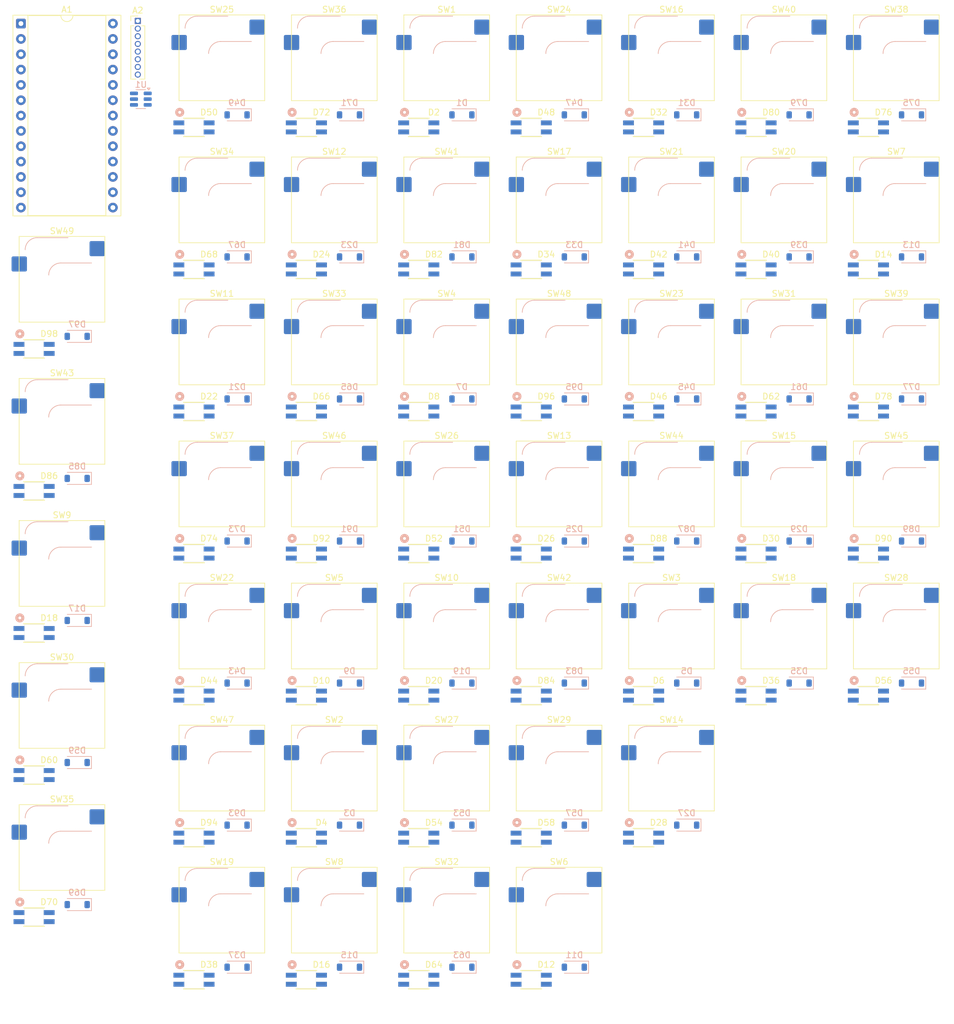
<source format=kicad_pcb>
(kicad_pcb (version 20241229) (generator "pcbnew") (generator_version "9.0")
  (layers (0 "F.Cu" signal) (2 "B.Cu" signal) (13 "F.Paste" user) (15 "B.Paste" user) (5 "F.SilkS" user "F.Silkscreen") (7 "B.SilkS" user "B.Silkscreen") (1 "F.Mask" user) (3 "B.Mask" user) (25 "Edge.Cuts" user))
  (net 0 "")
  (net 2 "/COL4")
  (net 5 "/ROW4")
  (net 6 "/PS2_DATA")
  (net 7 "GND")
  (net 8 "/COL6")
  (net 9 "/COL5")
  (net 10 "/COL2")
  (net 11 "/ROW6")
  (net 12 "/ROW5")
  (net 13 "+3V3")
  (net 14 "/COL1")
  (net 15 "/ROW7")
  (net 16 "/ROW1")
  (net 17 "/COL3")
  (net 18 "/ROW2")
  (net 19 "+5V")
  (net 20 "Net-(A1-10)")
  (net 22 "/PS2_CLK")
  (net 23 "/COL7")
  (net 24 "/ROW3")
  (net 29 "Net-(D1-A)")
  (net 30 "/R1C1/DOUT")
  (net 31 "/LED_DATA")
  (net 32 "Net-(D3-A)")
  (net 33 "/R1C7/DOUT")
  (net 34 "/R2C1/DOUT")
  (net 35 "Net-(D5-A)")
  (net 36 "/R2C7/DOUT")
  (net 37 "/R3C1/DOUT")
  (net 38 "Net-(D7-A)")
  (net 39 "/R4C1/DOUT")
  (net 40 "/R3C7/DOUT")
  (net 41 "Net-(D9-A)")
  (net 42 "/R5C1/DOUT")
  (net 43 "/R4C7/DOUT")
  (net 44 "Net-(D11-A)")
  (net 45 "/R6C1/DOUT")
  (net 46 "/R5C7/DOUT")
  (net 47 "Net-(D13-A)")
  (net 48 "/R7C1/DOUT")
  (net 49 "/R6C7/DOUT")
  (net 50 "Net-(D15-A)")
  (net 51 "/R1C2/DOUT")
  (net 52 "Net-(D17-A)")
  (net 53 "/R2C2/DOUT")
  (net 54 "Net-(D19-A)")
  (net 55 "/R3C2/DOUT")
  (net 56 "Net-(D21-A)")
  (net 57 "/R4C2/DOUT")
  (net 58 "Net-(D23-A)")
  (net 59 "/R5C2/DOUT")
  (net 60 "Net-(D25-A)")
  (net 61 "/R6C2/DOUT")
  (net 62 "Net-(D27-A)")
  (net 63 "/R7C2/DOUT")
  (net 64 "Net-(D29-A)")
  (net 65 "/R1C3/DOUT")
  (net 66 "Net-(D31-A)")
  (net 67 "/R2C3/DOUT")
  (net 68 "Net-(D33-A)")
  (net 69 "/R3C3/DOUT")
  (net 70 "Net-(D35-A)")
  (net 71 "/R4C3/DOUT")
  (net 72 "Net-(D37-A)")
  (net 73 "/R5C3/DOUT")
  (net 74 "Net-(D39-A)")
  (net 75 "/R6C3/DOUT")
  (net 76 "Net-(D41-A)")
  (net 77 "/R7C3/DOUT")
  (net 78 "Net-(D43-A)")
  (net 79 "/R1C4/DOUT")
  (net 80 "Net-(D45-A)")
  (net 81 "/R2C4/DOUT")
  (net 82 "Net-(D47-A)")
  (net 83 "/R3C4/DOUT")
  (net 84 "Net-(D49-A)")
  (net 85 "/R4C4/DOUT")
  (net 86 "Net-(D51-A)")
  (net 87 "/R5C4/DOUT")
  (net 88 "Net-(D53-A)")
  (net 89 "/R6C4/DOUT")
  (net 90 "Net-(D55-A)")
  (net 91 "/R7C4/DOUT")
  (net 92 "Net-(D57-A)")
  (net 93 "/R1C5/DOUT")
  (net 94 "Net-(D59-A)")
  (net 95 "/R2C5/DOUT")
  (net 96 "Net-(D61-A)")
  (net 97 "/R3C5/DOUT")
  (net 98 "Net-(D63-A)")
  (net 99 "/R4C5/DOUT")
  (net 100 "Net-(D65-A)")
  (net 101 "/R5C5/DOUT")
  (net 102 "Net-(D67-A)")
  (net 103 "/R6C5/DOUT")
  (net 104 "Net-(D69-A)")
  (net 105 "/R7C5/DOUT")
  (net 106 "Net-(D71-A)")
  (net 107 "/R1C6/DOUT")
  (net 108 "Net-(D73-A)")
  (net 109 "/R2C6/DOUT")
  (net 110 "Net-(D75-A)")
  (net 111 "/R3C6/DOUT")
  (net 112 "Net-(D77-A)")
  (net 113 "/R4C6/DOUT")
  (net 114 "Net-(D79-A)")
  (net 115 "/R5C6/DOUT")
  (net 116 "Net-(D81-A)")
  (net 117 "/R6C6/DOUT")
  (net 118 "Net-(D83-A)")
  (net 119 "/R7C6/DOUT")
  (net 120 "Net-(D85-A)")
  (net 121 "Net-(D87-A)")
  (net 122 "Net-(D89-A)")
  (net 123 "Net-(D91-A)")
  (net 124 "Net-(D93-A)")
  (net 125 "Net-(D95-A)")
  (net 126 "Net-(D97-A)")
  (net 127 "/R7C7/DOUT")
  (footprint "PCM_Switch_Keyboard_Hotswap_Kailh:SW_Hotswap_Kailh_MX_1.00u" (layer "F.Cu") (at 78.179998 167.11)
    (property "Reference" "SW8")
    (property "Value" "SW_SPST")
  )
  (footprint "SW-Adafruit:LED_SK6812MINI-E_REVERSE_MOUNT_3.2x2.8mm_P1.09mm" (layer "F.Cu") (at 148.073798 131.579)
    (property "Reference" "D36")
    (property "Value" "SK6812MINI-E")
    (fp_line (start -1.6002 -1.397) (end -1.6002 1.397) (stroke (width 0.0254)) (layer "Edge.Cuts"))
    (fp_line (start -1.6002 -1.397) (end 1.6002 -1.397) (stroke (width 0.0254)) (layer "Edge.Cuts"))
    (fp_line (start -1.6002 1.397) (end 1.6002 1.397) (stroke (width 0.0254)) (layer "Edge.Cuts"))
    (fp_line (start 1.6002 1.397) (end 1.6002 -1.397) (stroke (width 0.0254)) (layer "Edge.Cuts"))
  )
  (footprint "PCM_Switch_Keyboard_Hotswap_Kailh:SW_Hotswap_Kailh_MX_1.00u" (layer "F.Cu") (at 134.069998 25.93)
    (property "Reference" "SW16")
    (property "Value" "SW_SPST")
  )
  (footprint "PCM_Switch_Keyboard_Hotswap_Kailh:SW_Hotswap_Kailh_MX_1.00u" (layer "F.Cu") (at 33.049998 109.68)
    (property "Reference" "SW9")
    (property "Value" "SW_SPST")
  )
  (footprint "SW-Adafruit:LED_SK6812MINI-E_REVERSE_MOUNT_3.2x2.8mm_P1.09mm" (layer "F.Cu") (at 28.423798 97.679)
    (property "Reference" "D86")
    (property "Value" "SK6812MINI-E")
    (fp_line (start -1.6002 -1.397) (end -1.6002 1.397) (stroke (width 0.0254)) (layer "Edge.Cuts"))
    (fp_line (start -1.6002 -1.397) (end 1.6002 -1.397) (stroke (width 0.0254)) (layer "Edge.Cuts"))
    (fp_line (start -1.6002 1.397) (end 1.6002 1.397) (stroke (width 0.0254)) (layer "Edge.Cuts"))
    (fp_line (start 1.6002 1.397) (end 1.6002 -1.397) (stroke (width 0.0254)) (layer "Edge.Cuts"))
  )
  (footprint "SW-Adafruit:LED_SK6812MINI-E_REVERSE_MOUNT_3.2x2.8mm_P1.09mm" (layer "F.Cu") (at 110.813798 37.459)
    (property "Reference" "D48")
    (property "Value" "SK6812MINI-E")
    (fp_line (start -1.6002 -1.397) (end -1.6002 1.397) (stroke (width 0.0254)) (layer "Edge.Cuts"))
    (fp_line (start -1.6002 -1.397) (end 1.6002 -1.397) (stroke (width 0.0254)) (layer "Edge.Cuts"))
    (fp_line (start -1.6002 1.397) (end 1.6002 1.397) (stroke (width 0.0254)) (layer "Edge.Cuts"))
    (fp_line (start 1.6002 1.397) (end 1.6002 -1.397) (stroke (width 0.0254)) (layer "Edge.Cuts"))
  )
  (footprint "SW-Adafruit:LED_SK6812MINI-E_REVERSE_MOUNT_3.2x2.8mm_P1.09mm" (layer "F.Cu") (at 92.183798 108.049)
    (property "Reference" "D52")
    (property "Value" "SK6812MINI-E")
    (fp_line (start -1.6002 -1.397) (end -1.6002 1.397) (stroke (width 0.0254)) (layer "Edge.Cuts"))
    (fp_line (start -1.6002 -1.397) (end 1.6002 -1.397) (stroke (width 0.0254)) (layer "Edge.Cuts"))
    (fp_line (start -1.6002 1.397) (end 1.6002 1.397) (stroke (width 0.0254)) (layer "Edge.Cuts"))
    (fp_line (start 1.6002 1.397) (end 1.6002 -1.397) (stroke (width 0.0254)) (layer "Edge.Cuts"))
  )
  (footprint "PCM_Switch_Keyboard_Hotswap_Kailh:SW_Hotswap_Kailh_MX_1.00u" (layer "F.Cu") (at 33.049998 156.74)
    (property "Reference" "SW35")
    (property "Value" "SW_SPST")
  )
  (footprint "PCM_Switch_Keyboard_Hotswap_Kailh:SW_Hotswap_Kailh_MX_1.00u" (layer "F.Cu") (at 134.069998 120.05)
    (property "Reference" "SW3")
    (property "Value" "SW_SPST")
  )
  (footprint "PCM_Switch_Keyboard_Hotswap_Kailh:SW_Hotswap_Kailh_MX_1.00u" (layer "F.Cu") (at 115.439998 120.05)
    (property "Reference" "SW42")
    (property "Value" "SW_SPST")
  )
  (footprint "PCM_Switch_Keyboard_Hotswap_Kailh:SW_Hotswap_Kailh_MX_1.00u" (layer "F.Cu") (at 115.439998 49.46)
    (property "Reference" "SW17")
    (property "Value" "SW_SPST")
  )
  (footprint "SW-Adafruit:LED_SK6812MINI-E_REVERSE_MOUNT_3.2x2.8mm_P1.09mm" (layer "F.Cu") (at 148.073798 37.459)
    (property "Reference" "D80")
    (property "Value" "SK6812MINI-E")
    (fp_line (start -1.6002 -1.397) (end -1.6002 1.397) (stroke (width 0.0254)) (layer "Edge.Cuts"))
    (fp_line (start -1.6002 -1.397) (end 1.6002 -1.397) (stroke (width 0.0254)) (layer "Edge.Cuts"))
    (fp_line (start -1.6002 1.397) (end 1.6002 1.397) (stroke (width 0.0254)) (layer "Edge.Cuts"))
    (fp_line (start 1.6002 1.397) (end 1.6002 -1.397) (stroke (width 0.0254)) (layer "Edge.Cuts"))
  )
  (footprint "SW-Adafruit:LED_SK6812MINI-E_REVERSE_MOUNT_3.2x2.8mm_P1.09mm" (layer "F.Cu") (at 148.073798 108.049)
    (property "Reference" "D30")
    (property "Value" "SK6812MINI-E")
    (fp_line (start -1.6002 -1.397) (end -1.6002 1.397) (stroke (width 0.0254)) (layer "Edge.Cuts"))
    (fp_line (start -1.6002 -1.397) (end 1.6002 -1.397) (stroke (width 0.0254)) (layer "Edge.Cuts"))
    (fp_line (start -1.6002 1.397) (end 1.6002 1.397) (stroke (width 0.0254)) (layer "Edge.Cuts"))
    (fp_line (start 1.6002 1.397) (end 1.6002 -1.397) (stroke (width 0.0254)) (layer "Edge.Cuts"))
  )
  (footprint "SW-Adafruit:LED_SK6812MINI-E_REVERSE_MOUNT_3.2x2.8mm_P1.09mm" (layer "F.Cu") (at 73.553798 84.519)
    (property "Reference" "D66")
    (property "Value" "SK6812MINI-E")
    (fp_line (start -1.6002 -1.397) (end -1.6002 1.397) (stroke (width 0.0254)) (layer "Edge.Cuts"))
    (fp_line (start -1.6002 -1.397) (end 1.6002 -1.397) (stroke (width 0.0254)) (layer "Edge.Cuts"))
    (fp_line (start -1.6002 1.397) (end 1.6002 1.397) (stroke (width 0.0254)) (layer "Edge.Cuts"))
    (fp_line (start 1.6002 1.397) (end 1.6002 -1.397) (stroke (width 0.0254)) (layer "Edge.Cuts"))
  )
  (footprint "SW-Adafruit:LED_SK6812MINI-E_REVERSE_MOUNT_3.2x2.8mm_P1.09mm" (layer "F.Cu") (at 129.443798 37.459)
    (property "Reference" "D32")
    (property "Value" "SK6812MINI-E")
    (fp_line (start -1.6002 -1.397) (end -1.6002 1.397) (stroke (width 0.0254)) (layer "Edge.Cuts"))
    (fp_line (start -1.6002 -1.397) (end 1.6002 -1.397) (stroke (width 0.0254)) (layer "Edge.Cuts"))
    (fp_line (start -1.6002 1.397) (end 1.6002 1.397) (stroke (width 0.0254)) (layer "Edge.Cuts"))
    (fp_line (start 1.6002 1.397) (end 1.6002 -1.397) (stroke (width 0.0254)) (layer "Edge.Cuts"))
  )
  (footprint "SW-Adafruit:LED_SK6812MINI-E_REVERSE_MOUNT_3.2x2.8mm_P1.09mm" (layer "F.Cu") (at 110.813798 60.989)
    (property "Reference" "D34")
    (property "Value" "SK6812MINI-E")
    (fp_line (start -1.6002 -1.397) (end -1.6002 1.397) (stroke (width 0.0254)) (layer "Edge.Cuts"))
    (fp_line (start -1.6002 -1.397) (end 1.6002 -1.397) (stroke (width 0.0254)) (layer "Edge.Cuts"))
    (fp_line (start -1.6002 1.397) (end 1.6002 1.397) (stroke (width 0.0254)) (layer "Edge.Cuts"))
    (fp_line (start 1.6002 1.397) (end 1.6002 -1.397) (stroke (width 0.0254)) (layer "Edge.Cuts"))
  )
  (footprint "SW-Adafruit:LED_SK6812MINI-E_REVERSE_MOUNT_3.2x2.8mm_P1.09mm" (layer "F.Cu") (at 54.923798 37.459)
    (property "Reference" "D50")
    (property "Value" "SK6812MINI-E")
    (fp_line (start -1.6002 -1.397) (end -1.6002 1.397) (stroke (width 0.0254)) (layer "Edge.Cuts"))
    (fp_line (start -1.6002 -1.397) (end 1.6002 -1.397) (stroke (width 0.0254)) (layer "Edge.Cuts"))
    (fp_line (start -1.6002 1.397) (end 1.6002 1.397) (stroke (width 0.0254)) (layer "Edge.Cuts"))
    (fp_line (start 1.6002 1.397) (end 1.6002 -1.397) (stroke (width 0.0254)) (layer "Edge.Cuts"))
  )
  (footprint "PCM_Switch_Keyboard_Hotswap_Kailh:SW_Hotswap_Kailh_MX_1.00u" (layer "F.Cu") (at 78.179998 96.52)
    (property "Reference" "SW46")
    (property "Value" "SW_SPST")
  )
  (footprint "SW-Adafruit:LED_SK6812MINI-E_REVERSE_MOUNT_3.2x2.8mm_P1.09mm" (layer "F.Cu") (at 129.443798 155.109)
    (property "Reference" "D28")
    (property "Value" "SK6812MINI-E")
    (fp_line (start -1.6002 -1.397) (end -1.6002 1.397) (stroke (width 0.0254)) (layer "Edge.Cuts"))
    (fp_line (start -1.6002 -1.397) (end 1.6002 -1.397) (stroke (width 0.0254)) (layer "Edge.Cuts"))
    (fp_line (start -1.6002 1.397) (end 1.6002 1.397) (stroke (width 0.0254)) (layer "Edge.Cuts"))
    (fp_line (start 1.6002 1.397) (end 1.6002 -1.397) (stroke (width 0.0254)) (layer "Edge.Cuts"))
  )
  (footprint "SW-Adafruit:LED_SK6812MINI-E_REVERSE_MOUNT_3.2x2.8mm_P1.09mm" (layer "F.Cu") (at 129.443798 60.989)
    (property "Reference" "D42")
    (property "Value" "SK6812MINI-E")
    (fp_line (start -1.6002 -1.397) (end -1.6002 1.397) (stroke (width 0.0254)) (layer "Edge.Cuts"))
    (fp_line (start -1.6002 -1.397) (end 1.6002 -1.397) (stroke (width 0.0254)) (layer "Edge.Cuts"))
    (fp_line (start -1.6002 1.397) (end 1.6002 1.397) (stroke (width 0.0254)) (layer "Edge.Cuts"))
    (fp_line (start 1.6002 1.397) (end 1.6002 -1.397) (stroke (width 0.0254)) (layer "Edge.Cuts"))
  )
  (footprint "SW-Adafruit:LED_SK6812MINI-E_REVERSE_MOUNT_3.2x2.8mm_P1.09mm" (layer "F.Cu") (at 148.073798 60.989)
    (property "Reference" "D40")
    (property "Value" "SK6812MINI-E")
    (fp_line (start -1.6002 -1.397) (end -1.6002 1.397) (stroke (width 0.0254)) (layer "Edge.Cuts"))
    (fp_line (start -1.6002 -1.397) (end 1.6002 -1.397) (stroke (width 0.0254)) (layer "Edge.Cuts"))
    (fp_line (start -1.6002 1.397) (end 1.6002 1.397) (stroke (width 0.0254)) (layer "Edge.Cuts"))
    (fp_line (start 1.6002 1.397) (end 1.6002 -1.397) (stroke (width 0.0254)) (layer "Edge.Cuts"))
  )
  (footprint "PCM_Switch_Keyboard_Hotswap_Kailh:SW_Hotswap_Kailh_MX_1.00u" (layer "F.Cu") (at 33.049998 86.15)
    (property "Reference" "SW43")
    (property "Value" "SW_SPST")
  )
  (footprint "SW-Adafruit:LED_SK6812MINI-E_REVERSE_MOUNT_3.2x2.8mm_P1.09mm" (layer "F.Cu") (at 28.423798 121.209)
    (property "Reference" "D18")
    (property "Value" "SK6812MINI-E")
    (fp_line (start -1.6002 -1.397) (end -1.6002 1.397) (stroke (width 0.0254)) (layer "Edge.Cuts"))
    (fp_line (start -1.6002 -1.397) (end 1.6002 -1.397) (stroke (width 0.0254)) (layer "Edge.Cuts"))
    (fp_line (start -1.6002 1.397) (end 1.6002 1.397) (stroke (width 0.0254)) (layer "Edge.Cuts"))
    (fp_line (start 1.6002 1.397) (end 1.6002 -1.397) (stroke (width 0.0254)) (layer "Edge.Cuts"))
  )
  (footprint "SW-Adafruit:LED_SK6812MINI-E_REVERSE_MOUNT_3.2x2.8mm_P1.09mm" (layer "F.Cu") (at 92.183798 178.639)
    (property "Reference" "D64")
    (property "Value" "SK6812MINI-E")
    (fp_line (start -1.6002 -1.397) (end -1.6002 1.397) (stroke (width 0.0254)) (layer "Edge.Cuts"))
    (fp_line (start -1.6002 -1.397) (end 1.6002 -1.397) (stroke (width 0.0254)) (layer "Edge.Cuts"))
    (fp_line (start -1.6002 1.397) (end 1.6002 1.397) (stroke (width 0.0254)) (layer "Edge.Cuts"))
    (fp_line (start 1.6002 1.397) (end 1.6002 -1.397) (stroke (width 0.0254)) (layer "Edge.Cuts"))
  )
  (footprint "PCM_Switch_Keyboard_Hotswap_Kailh:SW_Hotswap_Kailh_MX_1.00u" (layer "F.Cu") (at 96.809998 49.46)
    (property "Reference" "SW41")
    (property "Value" "SW_SPST")
  )
  (footprint "SW-Adafruit:LED_SK6812MINI-E_REVERSE_MOUNT_3.2x2.8mm_P1.09mm" (layer "F.Cu") (at 129.443798 108.049)
    (property "Reference" "D88")
    (property "Value" "SK6812MINI-E")
    (fp_line (start -1.6002 -1.397) (end -1.6002 1.397) (stroke (width 0.0254)) (layer "Edge.Cuts"))
    (fp_line (start -1.6002 -1.397) (end 1.6002 -1.397) (stroke (width 0.0254)) (layer "Edge.Cuts"))
    (fp_line (start -1.6002 1.397) (end 1.6002 1.397) (stroke (width 0.0254)) (layer "Edge.Cuts"))
    (fp_line (start 1.6002 1.397) (end 1.6002 -1.397) (stroke (width 0.0254)) (layer "Edge.Cuts"))
  )
  (footprint "PCM_Switch_Keyboard_Hotswap_Kailh:SW_Hotswap_Kailh_MX_1.00u" (layer "F.Cu") (at 78.179998 120.05)
    (property "Reference" "SW5")
    (property "Value" "SW_SPST")
  )
  (footprint "PCM_Switch_Keyboard_Hotswap_Kailh:SW_Hotswap_Kailh_MX_1.00u" (layer "F.Cu") (at 96.809998 120.05)
    (property "Reference" "SW10")
    (property "Value" "SW_SPST")
  )
  (footprint "SW-Adafruit:LED_SK6812MINI-E_REVERSE_MOUNT_3.2x2.8mm_P1.09mm" (layer "F.Cu") (at 54.923798 108.049)
    (property "Reference" "D74")
    (property "Value" "SK6812MINI-E")
    (fp_line (start -1.6002 -1.397) (end -1.6002 1.397) (stroke (width 0.0254)) (layer "Edge.Cuts"))
    (fp_line (start -1.6002 -1.397) (end 1.6002 -1.397) (stroke (width 0.0254)) (layer "Edge.Cuts"))
    (fp_line (start -1.6002 1.397) (end 1.6002 1.397) (stroke (width 0.0254)) (layer "Edge.Cuts"))
    (fp_line (start 1.6002 1.397) (end 1.6002 -1.397) (stroke (width 0.0254)) (layer "Edge.Cuts"))
  )
  (footprint "PCM_Switch_Keyboard_Hotswap_Kailh:SW_Hotswap_Kailh_MX_1.00u" (layer "F.Cu") (at 134.069998 72.99)
    (property "Reference" "SW23")
    (property "Value" "SW_SPST")
  )
  (footprint "Package_DIP:DIP-26_W15.24mm_Socket" (layer "F.Cu") (at 26.244998 20.26)
    (property "Reference" "A1")
    (property "Value" "KB2040")
  )
  (footprint "SW-Adafruit:LED_SK6812MINI-E_REVERSE_MOUNT_3.2x2.8mm_P1.09mm" (layer "F.Cu") (at 92.183798 131.579)
    (property "Reference" "D20")
    (property "Value" "SK6812MINI-E")
    (fp_line (start -1.6002 -1.397) (end -1.6002 1.397) (stroke (width 0.0254)) (layer "Edge.Cuts"))
    (fp_line (start -1.6002 -1.397) (end 1.6002 -1.397) (stroke (width 0.0254)) (layer "Edge.Cuts"))
    (fp_line (start -1.6002 1.397) (end 1.6002 1.397) (stroke (width 0.0254)) (layer "Edge.Cuts"))
    (fp_line (start 1.6002 1.397) (end 1.6002 -1.397) (stroke (width 0.0254)) (layer "Edge.Cuts"))
  )
  (footprint "PCM_Switch_Keyboard_Hotswap_Kailh:SW_Hotswap_Kailh_MX_1.00u" (layer "F.Cu") (at 59.549998 25.93)
    (property "Reference" "SW25")
    (property "Value" "SW_SPST")
  )
  (footprint "PCM_Switch_Keyboard_Hotswap_Kailh:SW_Hotswap_Kailh_MX_1.00u" (layer "F.Cu") (at 152.699998 72.99)
    (property "Reference" "SW31")
    (property "Value" "SW_SPST")
  )
  (footprint "SW-Adafruit:LED_SK6812MINI-E_REVERSE_MOUNT_3.2x2.8mm_P1.09mm" (layer "F.Cu") (at 110.813798 108.049)
    (property "Reference" "D26")
    (property "Value" "SK6812MINI-E")
    (fp_line (start -1.6002 -1.397) (end -1.6002 1.397) (stroke (width 0.0254)) (layer "Edge.Cuts"))
    (fp_line (start -1.6002 -1.397) (end 1.6002 -1.397) (stroke (width 0.0254)) (layer "Edge.Cuts"))
    (fp_line (start -1.6002 1.397) (end 1.6002 1.397) (stroke (width 0.0254)) (layer "Edge.Cuts"))
    (fp_line (start 1.6002 1.397) (end 1.6002 -1.397) (stroke (width 0.0254)) (layer "Edge.Cuts"))
  )
  (footprint "SW-Adafruit:LED_SK6812MINI-E_REVERSE_MOUNT_3.2x2.8mm_P1.09mm" (layer "F.Cu") (at 73.553798 178.639)
    (property "Reference" "D16")
    (property "Value" "SK6812MINI-E")
    (fp_line (start -1.6002 -1.397) (end -1.6002 1.397) (stroke (width 0.0254)) (layer "Edge.Cuts"))
    (fp_line (start -1.6002 -1.397) (end 1.6002 -1.397) (stroke (width 0.0254)) (layer "Edge.Cuts"))
    (fp_line (start -1.6002 1.397) (end 1.6002 1.397) (stroke (width 0.0254)) (layer "Edge.Cuts"))
    (fp_line (start 1.6002 1.397) (end 1.6002 -1.397) (stroke (width 0.0254)) (layer "Edge.Cuts"))
  )
  (footprint "SW-Adafruit:LED_SK6812MINI-E_REVERSE_MOUNT_3.2x2.8mm_P1.09mm" (layer "F.Cu") (at 54.923798 178.639)
    (property "Reference" "D38")
    (property "Value" "SK6812MINI-E")
    (fp_line (start -1.6002 -1.397) (end -1.6002 1.397) (stroke (width 0.0254)) (layer "Edge.Cuts"))
    (fp_line (start -1.6002 -1.397) (end 1.6002 -1.397) (stroke (width 0.0254)) (layer "Edge.Cuts"))
    (fp_line (start -1.6002 1.397) (end 1.6002 1.397) (stroke (width 0.0254)) (layer "Edge.Cuts"))
    (fp_line (start 1.6002 1.397) (end 1.6002 -1.397) (stroke (width 0.0254)) (layer "Edge.Cuts"))
  )
  (footprint "SW-Adafruit:LED_SK6812MINI-E_REVERSE_MOUNT_3.2x2.8mm_P1.09mm" (layer "F.Cu") (at 166.703798 108.049)
    (property "Reference" "D90")
    (property "Value" "SK6812MINI-E")
    (fp_line (start -1.6002 -1.397) (end -1.6002 1.397) (stroke (width 0.0254)) (layer "Edge.Cuts"))
    (fp_line (start -1.6002 -1.397) (end 1.6002 -1.397) (stroke (width 0.0254)) (layer "Edge.Cuts"))
    (fp_line (start -1.6002 1.397) (end 1.6002 1.397) (stroke (width 0.0254)) (layer "Edge.Cuts"))
    (fp_line (start 1.6002 1.397) (end 1.6002 -1.397) (stroke (width 0.0254)) (layer "Edge.Cuts"))
  )
  (footprint "SW-Adafruit:LED_SK6812MINI-E_REVERSE_MOUNT_3.2x2.8mm_P1.09mm" (layer "F.Cu") (at 129.443798 84.519)
    (property "Reference" "D46")
    (property "Value" "SK6812MINI-E")
    (fp_line (start -1.6002 -1.397) (end -1.6002 1.397) (stroke (width 0.0254)) (layer "Edge.Cuts"))
    (fp_line (start -1.6002 -1.397) (end 1.6002 -1.397) (stroke (width 0.0254)) (layer "Edge.Cuts"))
    (fp_line (start -1.6002 1.397) (end 1.6002 1.397) (stroke (width 0.0254)) (layer "Edge.Cuts"))
    (fp_line (start 1.6002 1.397) (end 1.6002 -1.397) (stroke (width 0.0254)) (layer "Edge.Cuts"))
  )
  (footprint "PCM_Switch_Keyboard_Hotswap_Kailh:SW_Hotswap_Kailh_MX_1.00u" (layer "F.Cu") (at 152.699998 96.52)
    (property "Reference" "SW15")
    (property "Value" "SW_SPST")
  )
  (footprint "SW-Adafruit:LED_SK6812MINI-E_REVERSE_MOUNT_3.2x2.8mm_P1.09mm" (layer "F.Cu") (at 54.923798 131.579)
    (property "Reference" "D44")
    (property "Value" "SK6812MINI-E")
    (fp_line (start -1.6002 -1.397) (end -1.6002 1.397) (stroke (width 0.0254)) (layer "Edge.Cuts"))
    (fp_line (start -1.6002 -1.397) (end 1.6002 -1.397) (stroke (width 0.0254)) (layer "Edge.Cuts"))
    (fp_line (start -1.6002 1.397) (end 1.6002 1.397) (stroke (width 0.0254)) (layer "Edge.Cuts"))
    (fp_line (start 1.6002 1.397) (end 1.6002 -1.397) (stroke (width 0.0254)) (layer "Edge.Cuts"))
  )
  (footprint "SW-Adafruit:LED_SK6812MINI-E_REVERSE_MOUNT_3.2x2.8mm_P1.09mm" (layer "F.Cu") (at 92.183798 155.109)
    (property "Reference" "D54")
    (property "Value" "SK6812MINI-E")
    (fp_line (start -1.6002 -1.397) (end -1.6002 1.397) (stroke (width 0.0254)) (layer "Edge.Cuts"))
    (fp_line (start -1.6002 -1.397) (end 1.6002 -1.397) (stroke (width 0.0254)) (layer "Edge.Cuts"))
    (fp_line (start -1.6002 1.397) (end 1.6002 1.397) (stroke (width 0.0254)) (layer "Edge.Cuts"))
    (fp_line (start 1.6002 1.397) (end 1.6002 -1.397) (stroke (width 0.0254)) (layer "Edge.Cuts"))
  )
  (footprint "SW-Adafruit:LED_SK6812MINI-E_REVERSE_MOUNT_3.2x2.8mm_P1.09mm" (layer "F.Cu") (at 166.703798 131.579)
    (property "Reference" "D56")
    (property "Value" "SK6812MINI-E")
    (fp_line (start -1.6002 -1.397) (end -1.6002 1.397) (stroke (width 0.0254)) (layer "Edge.Cuts"))
    (fp_line (start -1.6002 -1.397) (end 1.6002 -1.397) (stroke (width 0.0254)) (layer "Edge.Cuts"))
    (fp_line (start -1.6002 1.397) (end 1.6002 1.397) (stroke (width 0.0254)) (layer "Edge.Cuts"))
    (fp_line (start 1.6002 1.397) (end 1.6002 -1.397) (stroke (width 0.0254)) (layer "Edge.Cuts"))
  )
  (footprint "PCM_Switch_Keyboard_Hotswap_Kailh:SW_Hotswap_Kailh_MX_1.00u" (layer "F.Cu") (at 134.069998 49.46)
    (property "Reference" "SW21")
    (property "Value" "SW_SPST")
  )
  (footprint "SW-Adafruit:LED_SK6812MINI-E_REVERSE_MOUNT_3.2x2.8mm_P1.09mm" (layer "F.Cu") (at 73.553798 108.049)
    (property "Reference" "D92")
    (property "Value" "SK6812MINI-E")
    (fp_line (start -1.6002 -1.397) (end -1.6002 1.397) (stroke (width 0.0254)) (layer "Edge.Cuts"))
    (fp_line (start -1.6002 -1.397) (end 1.6002 -1.397) (stroke (width 0.0254)) (layer "Edge.Cuts"))
    (fp_line (start -1.6002 1.397) (end 1.6002 1.397) (stroke (width 0.0254)) (layer "Edge.Cuts"))
    (fp_line (start 1.6002 1.397) (end 1.6002 -1.397) (stroke (width 0.0254)) (layer "Edge.Cuts"))
  )
  (footprint "PCM_Switch_Keyboard_Hotswap_Kailh:SW_Hotswap_Kailh_MX_1.00u" (layer "F.Cu") (at 152.699998 49.46)
    (property "Reference" "SW20")
    (property "Value" "SW_SPST")
  )
  (footprint "SW-Adafruit:LED_SK6812MINI-E_REVERSE_MOUNT_3.2x2.8mm_P1.09mm" (layer "F.Cu") (at 54.923798 60.989)
    (property "Reference" "D68")
    (property "Value" "SK6812MINI-E")
    (fp_line (start -1.6002 -1.397) (end -1.6002 1.397) (stroke (width 0.0254)) (layer "Edge.Cuts"))
    (fp_line (start -1.6002 -1.397) (end 1.6002 -1.397) (stroke (width 0.0254)) (layer "Edge.Cuts"))
    (fp_line (start -1.6002 1.397) (end 1.6002 1.397) (stroke (width 0.0254)) (layer "Edge.Cuts"))
    (fp_line (start 1.6002 1.397) (end 1.6002 -1.397) (stroke (width 0.0254)) (layer "Edge.Cuts"))
  )
  (footprint "PCM_Switch_Keyboard_Hotswap_Kailh:SW_Hotswap_Kailh_MX_1.00u" (layer "F.Cu") (at 115.439998 25.93)
    (property "Reference" "SW24")
    (property "Value" "SW_SPST")
  )
  (footprint "SW-Adafruit:LED_SK6812MINI-E_REVERSE_MOUNT_3.2x2.8mm_P1.09mm" (layer "F.Cu") (at 110.813798 178.639)
    (property "Reference" "D12")
    (property "Value" "SK6812MINI-E")
    (fp_line (start -1.6002 -1.397) (end -1.6002 1.397) (stroke (width 0.0254)) (layer "Edge.Cuts"))
    (fp_line (start -1.6002 -1.397) (end 1.6002 -1.397) (stroke (width 0.0254)) (layer "Edge.Cuts"))
    (fp_line (start -1.6002 1.397) (end 1.6002 1.397) (stroke (width 0.0254)) (layer "Edge.Cuts"))
    (fp_line (start 1.6002 1.397) (end 1.6002 -1.397) (stroke (width 0.0254)) (layer "Edge.Cuts"))
  )
  (footprint "PCM_Switch_Keyboard_Hotswap_Kailh:SW_Hotswap_Kailh_MX_1.00u" (layer "F.Cu") (at 96.809998 72.99)
    (property "Reference" "SW4")
    (property "Value" "SW_SPST")
  )
  (footprint "SW-Adafruit:LED_SK6812MINI-E_REVERSE_MOUNT_3.2x2.8mm_P1.09mm" (layer "F.Cu") (at 28.423798 168.269)
    (property "Reference" "D70")
    (property "Value" "SK6812MINI-E")
    (fp_line (start -1.6002 -1.397) (end -1.6002 1.397) (stroke (width 0.0254)) (layer "Edge.Cuts"))
    (fp_line (start -1.6002 -1.397) (end 1.6002 -1.397) (stroke (width 0.0254)) (layer "Edge.Cuts"))
    (fp_line (start -1.6002 1.397) (end 1.6002 1.397) (stroke (width 0.0254)) (layer "Edge.Cuts"))
    (fp_line (start 1.6002 1.397) (end 1.6002 -1.397) (stroke (width 0.0254)) (layer "Edge.Cuts"))
  )
  (footprint "SW-Adafruit:LED_SK6812MINI-E_REVERSE_MOUNT_3.2x2.8mm_P1.09mm" (layer "F.Cu") (at 92.183798 84.519)
    (property "Reference" "D8")
    (property "Value" "SK6812MINI-E")
    (fp_line (start -1.6002 -1.397) (end -1.6002 1.397) (stroke (width 0.0254)) (layer "Edge.Cuts"))
    (fp_line (start -1.6002 -1.397) (end 1.6002 -1.397) (stroke (width 0.0254)) (layer "Edge.Cuts"))
    (fp_line (start -1.6002 1.397) (end 1.6002 1.397) (stroke (width 0.0254)) (layer "Edge.Cuts"))
    (fp_line (start 1.6002 1.397) (end 1.6002 -1.397) (stroke (width 0.0254)) (layer "Edge.Cuts"))
  )
  (footprint "PCM_Switch_Keyboard_Hotswap_Kailh:SW_Hotswap_Kailh_MX_1.00u" (layer "F.Cu") (at 78.179998 72.99)
    (property "Reference" "SW33")
    (property "Value" "SW_SPST")
  )
  (footprint "PCM_Switch_Keyboard_Hotswap_Kailh:SW_Hotswap_Kailh_MX_1.00u" (layer "F.Cu") (at 171.329998 25.93)
    (property "Reference" "SW38")
    (property "Value" "SW_SPST")
  )
  (footprint "PCM_Switch_Keyboard_Hotswap_Kailh:SW_Hotswap_Kailh_MX_1.00u" (layer "F.Cu") (at 78.179998 25.93)
    (property "Reference" "SW36")
    (property "Value" "SW_SPST")
  )
  (footprint "SW-Adafruit:LED_SK6812MINI-E_REVERSE_MOUNT_3.2x2.8mm_P1.09mm" (layer "F.Cu") (at 110.813798 84.519)
    (property "Reference" "D96")
    (property "Value" "SK6812MINI-E")
    (fp_line (start -1.6002 -1.397) (end -1.6002 1.397) (stroke (width 0.0254)) (layer "Edge.Cuts"))
    (fp_line (start -1.6002 -1.397) (end 1.6002 -1.397) (stroke (width 0.0254)) (layer "Edge.Cuts"))
    (fp_line (start -1.6002 1.397) (end 1.6002 1.397) (stroke (width 0.0254)) (layer "Edge.Cuts"))
    (fp_line (start 1.6002 1.397) (end 1.6002 -1.397) (stroke (width 0.0254)) (layer "Edge.Cuts"))
  )
  (footprint "PCM_Switch_Keyboard_Hotswap_Kailh:SW_Hotswap_Kailh_MX_1.00u" (layer "F.Cu") (at 171.329998 72.99)
    (property "Reference" "SW39")
    (property "Value" "SW_SPST")
  )
  (footprint "PCM_Switch_Keyboard_Hotswap_Kailh:SW_Hotswap_Kailh_MX_1.00u" (layer "F.Cu") (at 171.329998 49.46)
    (property "Reference" "SW7")
    (property "Value" "SW_SPST")
  )
  (footprint "PCM_Switch_Keyboard_Hotswap_Kailh:SW_Hotswap_Kailh_MX_1.00u" (layer "F.Cu") (at 59.549998 120.05)
    (property "Reference" "SW22")
    (property "Value" "SW_SPST")
  )
  (footprint "SW-Adafruit:LED_SK6812MINI-E_REVERSE_MOUNT_3.2x2.8mm_P1.09mm" (layer "F.Cu") (at 148.073798 84.519)
    (property "Reference" "D62")
    (property "Value" "SK6812MINI-E")
    (fp_line (start -1.6002 -1.397) (end -1.6002 1.397) (stroke (width 0.0254)) (layer "Edge.Cuts"))
    (fp_line (start -1.6002 -1.397) (end 1.6002 -1.397) (stroke (width 0.0254)) (layer "Edge.Cuts"))
    (fp_line (start -1.6002 1.397) (end 1.6002 1.397) (stroke (width 0.0254)) (layer "Edge.Cuts"))
    (fp_line (start 1.6002 1.397) (end 1.6002 -1.397) (stroke (width 0.0254)) (layer "Edge.Cuts"))
  )
  (footprint "SW-Adafruit:LED_SK6812MINI-E_REVERSE_MOUNT_3.2x2.8mm_P1.09mm" (layer "F.Cu") (at 73.553798 37.459)
    (property "Reference" "D72")
    (property "Value" "SK6812MINI-E")
    (fp_line (start -1.6002 -1.397) (end -1.6002 1.397) (stroke (width 0.0254)) (layer "Edge.Cuts"))
    (fp_line (start -1.6002 -1.397) (end 1.6002 -1.397) (stroke (width 0.0254)) (layer "Edge.Cuts"))
    (fp_line (start -1.6002 1.397) (end 1.6002 1.397) (stroke (width 0.0254)) (layer "Edge.Cuts"))
    (fp_line (start 1.6002 1.397) (end 1.6002 -1.397) (stroke (width 0.0254)) (layer "Edge.Cuts"))
  )
  (footprint "PCM_Switch_Keyboard_Hotswap_Kailh:SW_Hotswap_Kailh_MX_1.00u" (layer "F.Cu") (at 59.549998 167.11)
    (property "Reference" "SW19")
    (property "Value" "SW_SPST")
  )
  (footprint "PCM_Switch_Keyboard_Hotswap_Kailh:SW_Hotswap_Kailh_MX_1.00u" (layer "F.Cu") (at 33.049998 62.62)
    (property "Reference" "SW49")
    (property "Value" "SW_SPST")
  )
  (footprint "PCM_Switch_Keyboard_Hotswap_Kailh:SW_Hotswap_Kailh_MX_1.00u" (layer "F.Cu") (at 59.549998 96.52)
    (property "Reference" "SW37")
    (property "Value" "SW_SPST")
  )
  (footprint "SW-Adafruit:LED_SK6812MINI-E_REVERSE_MOUNT_3.2x2.8mm_P1.09mm" (layer "F.Cu") (at 110.813798 131.579)
    (property "Reference" "D84")
    (property "Value" "SK6812MINI-E")
    (fp_line (start -1.6002 -1.397) (end -1.6002 1.397) (stroke (width 0.0254)) (layer "Edge.Cuts"))
    (fp_line (start -1.6002 -1.397) (end 1.6002 -1.397) (stroke (width 0.0254)) (layer "Edge.Cuts"))
    (fp_line (start -1.6002 1.397) (end 1.6002 1.397) (stroke (width 0.0254)) (layer "Edge.Cuts"))
    (fp_line (start 1.6002 1.397) (end 1.6002 -1.397) (stroke (width 0.0254)) (layer "Edge.Cuts"))
  )
  (footprint "PCM_Switch_Keyboard_Hotswap_Kailh:SW_Hotswap_Kailh_MX_1.00u" (layer "F.Cu") (at 134.069998 143.58)
    (property "Reference" "SW14")
    (property "Value" "SW_SPST")
  )
  (footprint "SW-Adafruit:LED_SK6812MINI-E_REVERSE_MOUNT_3.2x2.8mm_P1.09mm" (layer "F.Cu") (at 73.553798 155.109)
    (property "Reference" "D4")
    (property "Value" "SK6812MINI-E")
    (fp_line (start -1.6002 -1.397) (end -1.6002 1.397) (stroke (width 0.0254)) (layer "Edge.Cuts"))
    (fp_line (start -1.6002 -1.397) (end 1.6002 -1.397) (stroke (width 0.0254)) (layer "Edge.Cuts"))
    (fp_line (start -1.6002 1.397) (end 1.6002 1.397) (stroke (width 0.0254)) (layer "Edge.Cuts"))
    (fp_line (start 1.6002 1.397) (end 1.6002 -1.397) (stroke (width 0.0254)) (layer "Edge.Cuts"))
  )
  (footprint "SW-Adafruit:LED_SK6812MINI-E_REVERSE_MOUNT_3.2x2.8mm_P1.09mm" (layer "F.Cu") (at 92.183798 60.989)
    (property "Reference" "D82")
    (property "Value" "SK6812MINI-E")
    (fp_line (start -1.6002 -1.397) (end -1.6002 1.397) (stroke (width 0.0254)) (layer "Edge.Cuts"))
    (fp_line (start -1.6002 -1.397) (end 1.6002 -1.397) (stroke (width 0.0254)) (layer "Edge.Cuts"))
    (fp_line (start -1.6002 1.397) (end 1.6002 1.397) (stroke (width 0.0254)) (layer "Edge.Cuts"))
    (fp_line (start 1.6002 1.397) (end 1.6002 -1.397) (stroke (width 0.0254)) (layer "Edge.Cuts"))
  )
  (footprint "PCM_Switch_Keyboard_Hotswap_Kailh:SW_Hotswap_Kailh_MX_1.00u" (layer "F.Cu") (at 171.329998 96.52)
    (property "Reference" "SW45")
    (property "Value" "SW_SPST")
  )
  (footprint "SW-Adafruit:LED_SK6812MINI-E_REVERSE_MOUNT_3.2x2.8mm_P1.09mm" (layer "F.Cu") (at 129.443798 131.579)
    (property "Reference" "D6")
    (property "Value" "SK6812MINI-E")
    (fp_line (start -1.6002 -1.397) (end -1.6002 1.397) (stroke (width 0.0254)) (layer "Edge.Cuts"))
    (fp_line (start -1.6002 -1.397) (end 1.6002 -1.397) (stroke (width 0.0254)) (layer "Edge.Cuts"))
    (fp_line (start -1.6002 1.397) (end 1.6002 1.397) (stroke (width 0.0254)) (layer "Edge.Cuts"))
    (fp_line (start 1.6002 1.397) (end 1.6002 -1.397) (stroke (width 0.0254)) (layer "Edge.Cuts"))
  )
  (footprint "SW-Adafruit:LED_SK6812MINI-E_REVERSE_MOUNT_3.2x2.8mm_P1.09mm" (layer "F.Cu") (at 92.183798 37.459)
    (property "Reference" "D2")
    (property "Value" "SK6812MINI-E")
    (fp_line (start -1.6002 -1.397) (end -1.6002 1.397) (stroke (width 0.0254)) (layer "Edge.Cuts"))
    (fp_line (start -1.6002 -1.397) (end 1.6002 -1.397) (stroke (width 0.0254)) (layer "Edge.Cuts"))
    (fp_line (start -1.6002 1.397) (end 1.6002 1.397) (stroke (width 0.0254)) (layer "Edge.Cuts"))
    (fp_line (start 1.6002 1.397) (end 1.6002 -1.397) (stroke (width 0.0254)) (layer "Edge.Cuts"))
  )
  (footprint "PCM_Switch_Keyboard_Hotswap_Kailh:SW_Hotswap_Kailh_MX_1.00u" (layer "F.Cu") (at 96.809998 96.52)
    (property "Reference" "SW26")
    (property "Value" "SW_SPST")
  )
  (footprint "SW-Adafruit:LED_SK6812MINI-E_REVERSE_MOUNT_3.2x2.8mm_P1.09mm" (layer "F.Cu") (at 54.923798 155.109)
    (property "Reference" "D94")
    (property "Value" "SK6812MINI-E")
    (fp_line (start -1.6002 -1.397) (end -1.6002 1.397) (stroke (width 0.0254)) (layer "Edge.Cuts"))
    (fp_line (start -1.6002 -1.397) (end 1.6002 -1.397) (stroke (width 0.0254)) (layer "Edge.Cuts"))
    (fp_line (start -1.6002 1.397) (end 1.6002 1.397) (stroke (width 0.0254)) (layer "Edge.Cuts"))
    (fp_line (start 1.6002 1.397) (end 1.6002 -1.397) (stroke (width 0.0254)) (layer "Edge.Cuts"))
  )
  (footprint "SW-Adafruit:LED_SK6812MINI-E_REVERSE_MOUNT_3.2x2.8mm_P1.09mm" (layer "F.Cu") (at 54.923798 84.519)
    (property "Reference" "D22")
    (property "Value" "SK6812MINI-E")
    (fp_line (start -1.6002 -1.397) (end -1.6002 1.397) (stroke (width 0.0254)) (layer "Edge.Cuts"))
    (fp_line (start -1.6002 -1.397) (end 1.6002 -1.397) (stroke (width 0.0254)) (layer "Edge.Cuts"))
    (fp_line (start -1.6002 1.397) (end 1.6002 1.397) (stroke (width 0.0254)) (layer "Edge.Cuts"))
    (fp_line (start 1.6002 1.397) (end 1.6002 -1.397) (stroke (width 0.0254)) (layer "Edge.Cuts"))
  )
  (footprint "PCM_Switch_Keyboard_Hotswap_Kailh:SW_Hotswap_Kailh_MX_1.00u" (layer "F.Cu") (at 59.549998 143.58)
    (property "Reference" "SW47")
    (property "Value" "SW_SPST")
  )
  (footprint "SW-Adafruit:LED_SK6812MINI-E_REVERSE_MOUNT_3.2x2.8mm_P1.09mm" (layer "F.Cu") (at 73.553798 60.989)
    (property "Reference" "D24")
    (property "Value" "SK6812MINI-E")
    (fp_line (start -1.6002 -1.397) (end -1.6002 1.397) (stroke (width 0.0254)) (layer "Edge.Cuts"))
    (fp_line (start -1.6002 -1.397) (end 1.6002 -1.397) (stroke (width 0.0254)) (layer "Edge.Cuts"))
    (fp_line (start -1.6002 1.397) (end 1.6002 1.397) (stroke (width 0.0254)) (layer "Edge.Cuts"))
    (fp_line (start 1.6002 1.397) (end 1.6002 -1.397) (stroke (width 0.0254)) (layer "Edge.Cuts"))
  )
  (footprint "SW-Adafruit:LED_SK6812MINI-E_REVERSE_MOUNT_3.2x2.8mm_P1.09mm" (layer "F.Cu") (at 166.703798 37.459)
    (property "Reference" "D76")
    (property "Value" "SK6812MINI-E")
    (fp_line (start -1.6002 -1.397) (end -1.6002 1.397) (stroke (width 0.0254)) (layer "Edge.Cuts"))
    (fp_line (start -1.6002 -1.397) (end 1.6002 -1.397) (stroke (width 0.0254)) (layer "Edge.Cuts"))
    (fp_line (start -1.6002 1.397) (end 1.6002 1.397) (stroke (width 0.0254)) (layer "Edge.Cuts"))
    (fp_line (start 1.6002 1.397) (end 1.6002 -1.397) (stroke (width 0.0254)) (layer "Edge.Cuts"))
  )
  (footprint "PCM_Switch_Keyboard_Hotswap_Kailh:SW_Hotswap_Kailh_MX_1.00u" (layer "F.Cu") (at 33.049998 133.21)
    (property "Reference" "SW30")
    (property "Value" "SW_SPST")
  )
  (footprint "PCM_Switch_Keyboard_Hotswap_Kailh:SW_Hotswap_Kailh_MX_1.00u" (layer "F.Cu") (at 59.549998 72.99)
    (property "Reference" "SW11")
    (property "Value" "SW_SPST")
  )
  (footprint "PCM_Switch_Keyboard_Hotswap_Kailh:SW_Hotswap_Kailh_MX_1.00u" (layer "F.Cu") (at 59.549998 49.46)
    (property "Reference" "SW34")
    (property "Value" "SW_SPST")
  )
  (footprint "SW-Adafruit:LED_SK6812MINI-E_REVERSE_MOUNT_3.2x2.8mm_P1.09mm" (layer "F.Cu") (at 28.423798 144.739)
    (property "Reference" "D60")
    (property "Value" "SK6812MINI-E")
    (fp_line (start -1.6002 -1.397) (end -1.6002 1.397) (stroke (width 0.0254)) (layer "Edge.Cuts"))
    (fp_line (start -1.6002 -1.397) (end 1.6002 -1.397) (stroke (width 0.0254)) (layer "Edge.Cuts"))
    (fp_line (start -1.6002 1.397) (end 1.6002 1.397) (stroke (width 0.0254)) (layer "Edge.Cuts"))
    (fp_line (start 1.6002 1.397) (end 1.6002 -1.397) (stroke (width 0.0254)) (layer "Edge.Cuts"))
  )
  (footprint "PCM_Switch_Keyboard_Hotswap_Kailh:SW_Hotswap_Kailh_MX_1.00u" (layer "F.Cu") (at 96.809998 25.93)
    (property "Reference" "SW1")
    (property "Value" "SW_SPST")
  )
  (footprint "PCM_Switch_Keyboard_Hotswap_Kailh:SW_Hotswap_Kailh_MX_1.00u" (layer "F.Cu") (at 96.809998 143.58)
    (property "Reference" "SW27")
    (property "Value" "SW_SPST")
  )
  (footprint "PCM_Switch_Keyboard_Hotswap_Kailh:SW_Hotswap_Kailh_MX_1.00u" (layer "F.Cu") (at 78.179998 143.58)
    (property "Reference" "SW2")
    (property "Value" "SW_SPST")
  )
  (footprint "PCM_Switch_Keyboard_Hotswap_Kailh:SW_Hotswap_Kailh_MX_1.00u" (layer "F.Cu") (at 115.439998 96.52)
    (property "Reference" "SW13")
    (property "Value" "SW_SPST")
  )
  (footprint "PCM_Switch_Keyboard_Hotswap_Kailh:SW_Hotswap_Kailh_MX_1.00u" (layer "F.Cu") (at 78.179998 49.46)
    (property "Reference" "SW12")
    (property "Value" "SW_SPST")
  )
  (footprint "SW-Adafruit:LED_SK6812MINI-E_REVERSE_MOUNT_3.2x2.8mm_P1.09mm" (layer "F.Cu") (at 166.703798 84.519)
    (property "Reference" "D78")
    (property "Value" "SK6812MINI-E")
    (fp_line (start -1.6002 -1.397) (end -1.6002 1.397) (stroke (width 0.0254)) (layer "Edge.Cuts"))
    (fp_line (start -1.6002 -1.397) (end 1.6002 -1.397) (stroke (width 0.0254)) (layer "Edge.Cuts"))
    (fp_line (start -1.6002 1.397) (end 1.6002 1.397) (stroke (width 0.0254)) (layer "Edge.Cuts"))
    (fp_line (start 1.6002 1.397) (end 1.6002 -1.397) (stroke (width 0.0254)) (layer "Edge.Cuts"))
  )
  (footprint "Connector_PinHeader_1.27mm:PinHeader_1x08_P1.27mm_Vertical" (layer "F.Cu") (at 45.614998 19.82)
    (property "Reference" "A2")
    (property "Value" "SK8707-01")
  )
  (footprint "SW-Adafruit:LED_SK6812MINI-E_REVERSE_MOUNT_3.2x2.8mm_P1.09mm" (layer "F.Cu") (at 28.423798 74.149)
    (property "Reference" "D98")
    (property "Value" "SK6812MINI-E")
    (fp_line (start -1.6002 -1.397) (end -1.6002 1.397) (stroke (width 0.0254)) (layer "Edge.Cuts"))
    (fp_line (start -1.6002 -1.397) (end 1.6002 -1.397) (stroke (width 0.0254)) (layer "Edge.Cuts"))
    (fp_line (start -1.6002 1.397) (end 1.6002 1.397) (stroke (width 0.0254)) (layer "Edge.Cuts"))
    (fp_line (start 1.6002 1.397) (end 1.6002 -1.397) (stroke (width 0.0254)) (layer "Edge.Cuts"))
  )
  (footprint "SW-Adafruit:LED_SK6812MINI-E_REVERSE_MOUNT_3.2x2.8mm_P1.09mm" (layer "F.Cu") (at 110.813798 155.109)
    (property "Reference" "D58")
    (property "Value" "SK6812MINI-E")
    (fp_line (start -1.6002 -1.397) (end -1.6002 1.397) (stroke (width 0.0254)) (layer "Edge.Cuts"))
    (fp_line (start -1.6002 -1.397) (end 1.6002 -1.397) (stroke (width 0.0254)) (layer "Edge.Cuts"))
    (fp_line (start -1.6002 1.397) (end 1.6002 1.397) (stroke (width 0.0254)) (layer "Edge.Cuts"))
    (fp_line (start 1.6002 1.397) (end 1.6002 -1.397) (stroke (width 0.0254)) (layer "Edge.Cuts"))
  )
  (footprint "PCM_Switch_Keyboard_Hotswap_Kailh:SW_Hotswap_Kailh_MX_1.00u" (layer "F.Cu") (at 115.439998 167.11)
    (property "Reference" "SW6")
    (property "Value" "SW_SPST")
  )
  (footprint "SW-Adafruit:LED_SK6812MINI-E_REVERSE_MOUNT_3.2x2.8mm_P1.09mm" (layer "F.Cu") (at 166.703798 60.989)
    (property "Reference" "D14")
    (property "Value" "SK6812MINI-E")
    (fp_line (start -1.6002 -1.397) (end -1.6002 1.397) (stroke (width 0.0254)) (layer "Edge.Cuts"))
    (fp_line (start -1.6002 -1.397) (end 1.6002 -1.397) (stroke (width 0.0254)) (layer "Edge.Cuts"))
    (fp_line (start -1.6002 1.397) (end 1.6002 1.397) (stroke (width 0.0254)) (layer "Edge.Cuts"))
    (fp_line (start 1.6002 1.397) (end 1.6002 -1.397) (stroke (width 0.0254)) (layer "Edge.Cuts"))
  )
  (footprint "PCM_Switch_Keyboard_Hotswap_Kailh:SW_Hotswap_Kailh_MX_1.00u" (layer "F.Cu") (at 171.329998 120.05)
    (property "Reference" "SW28")
    (property "Value" "SW_SPST")
  )
  (footprint "PCM_Switch_Keyboard_Hotswap_Kailh:SW_Hotswap_Kailh_MX_1.00u" (layer "F.Cu") (at 115.439998 72.99)
    (property "Reference" "SW48")
    (property "Value" "SW_SPST")
  )
  (footprint "PCM_Switch_Keyboard_Hotswap_Kailh:SW_Hotswap_Kailh_MX_1.00u" (layer "F.Cu") (at 134.069998 96.52)
    (property "Reference" "SW44")
    (property "Value" "SW_SPST")
  )
  (footprint "PCM_Switch_Keyboard_Hotswap_Kailh:SW_Hotswap_Kailh_MX_1.00u" (layer "F.Cu") (at 115.439998 143.58)
    (property "Reference" "SW29")
    (property "Value" "SW_SPST")
  )
  (footprint "PCM_Switch_Keyboard_Hotswap_Kailh:SW_Hotswap_Kailh_MX_1.00u" (layer "F.Cu") (at 152.699998 120.05)
    (property "Reference" "SW18")
    (property "Value" "SW_SPST")
  )
  (footprint "PCM_Switch_Keyboard_Hotswap_Kailh:SW_Hotswap_Kailh_MX_1.00u" (layer "F.Cu") (at 96.809998 167.11)
    (property "Reference" "SW32")
    (property "Value" "SW_SPST")
  )
  (footprint "PCM_Switch_Keyboard_Hotswap_Kailh:SW_Hotswap_Kailh_MX_1.00u" (layer "F.Cu") (at 152.699998 25.93)
    (property "Reference" "SW40")
    (property "Value" "SW_SPST")
  )
  (footprint "SW-Adafruit:LED_SK6812MINI-E_REVERSE_MOUNT_3.2x2.8mm_P1.09mm" (layer "F.Cu") (at 73.553798 131.579)
    (property "Reference" "D10")
    (property "Value" "SK6812MINI-E")
    (fp_line (start -1.6002 -1.397) (end -1.6002 1.397) (stroke (width 0.0254)) (layer "Edge.Cuts"))
    (fp_line (start -1.6002 -1.397) (end 1.6002 -1.397) (stroke (width 0.0254)) (layer "Edge.Cuts"))
    (fp_line (start -1.6002 1.397) (end 1.6002 1.397) (stroke (width 0.0254)) (layer "Edge.Cuts"))
    (fp_line (start 1.6002 1.397) (end 1.6002 -1.397) (stroke (width 0.0254)) (layer "Edge.Cuts"))
  )
  (footprint "Diode_SMD:D_SOD-123" (layer "B.Cu") (at 80.699998 82.44 180)
    (property "Reference" "D65")
    (property "Value" "D_Small")
  )
  (footprint "Diode_SMD:D_SOD-123" (layer "B.Cu") (at 99.329998 153.03 180)
    (property "Reference" "D53")
    (property "Value" "D_Small")
  )
  (footprint "Diode_SMD:D_SOD-123" (layer "B.Cu") (at 136.589998 153.03 180)
    (property "Reference" "D27")
    (property "Value" "D_Small")
  )
  (footprint "Diode_SMD:D_SOD-123" (layer "B.Cu") (at 62.069998 58.91 180)
    (property "Reference" "D67")
    (property "Value" "D_Small")
  )
  (footprint "Diode_SMD:D_SOD-123" (layer "B.Cu") (at 62.069998 129.5 180)
    (property "Reference" "D43")
    (property "Value" "D_Small")
  )
  (footprint "Diode_SMD:D_SOD-123" (layer "B.Cu") (at 117.959998 105.97 180)
    (property "Reference" "D25")
    (property "Value" "D_Small")
  )
  (footprint "Diode_SMD:D_SOD-123" (layer "B.Cu") (at 117.959998 58.91 180)
    (property "Reference" "D33")
    (property "Value" "D_Small")
  )
  (footprint "Diode_SMD:D_SOD-123" (layer "B.Cu") (at 173.849998 35.38 180)
    (property "Reference" "D75")
    (property "Value" "D_Small")
  )
  (footprint "Diode_SMD:D_SOD-123" (layer "B.Cu") (at 99.329998 35.38 180)
    (property "Reference" "D1")
    (property "Value" "D_Small")
  )
  (footprint "Diode_SMD:D_SOD-123" (layer "B.Cu") (at 80.699998 129.5 180)
    (property "Reference" "D9")
    (property "Value" "D_Small")
  )
  (footprint "Diode_SMD:D_SOD-123" (layer "B.Cu") (at 136.589998 35.38 180)
    (property "Reference" "D31")
    (property "Value" "D_Small")
  )
  (footprint "Diode_SMD:D_SOD-123" (layer "B.Cu") (at 62.069998 35.38 180)
    (property "Reference" "D49")
    (property "Value" "D_Small")
  )
  (footprint "Diode_SMD:D_SOD-123" (layer "B.Cu") (at 99.329998 58.91 180)
    (property "Reference" "D81")
    (property "Value" "D_Small")
  )
  (footprint "Diode_SMD:D_SOD-123" (layer "B.Cu") (at 99.329998 129.5 180)
    (property "Reference" "D19")
    (property "Value" "D_Small")
  )
  (footprint "Diode_SMD:D_SOD-123" (layer "B.Cu") (at 35.569998 119.13 180)
    (property "Reference" "D17")
    (property "Value" "D_Small")
  )
  (footprint "Diode_SMD:D_SOD-123" (layer "B.Cu") (at 136.589998 82.44 180)
    (property "Reference" "D45")
    (property "Value" "D_Small")
  )
  (footprint "Diode_SMD:D_SOD-123" (layer "B.Cu") (at 173.849998 129.5 180)
    (property "Reference" "D55")
    (property "Value" "D_Small")
  )
  (footprint "Diode_SMD:D_SOD-123" (layer "B.Cu") (at 80.699998 176.56 180)
    (property "Reference" "D15")
    (property "Value" "D_Small")
  )
  (footprint "Diode_SMD:D_SOD-123" (layer "B.Cu") (at 155.219998 105.97 180)
    (property "Reference" "D29")
    (property "Value" "D_Small")
  )
  (footprint "Diode_SMD:D_SOD-123" (layer "B.Cu") (at 117.959998 129.5 180)
    (property "Reference" "D83")
    (property "Value" "D_Small")
  )
  (footprint "Diode_SMD:D_SOD-123" (layer "B.Cu") (at 136.589998 58.91 180)
    (property "Reference" "D41")
    (property "Value" "D_Small")
  )
  (footprint "Diode_SMD:D_SOD-123" (layer "B.Cu") (at 99.329998 176.56 180)
    (property "Reference" "D63")
    (property "Value" "D_Small")
  )
  (footprint "Diode_SMD:D_SOD-123" (layer "B.Cu") (at 35.569998 72.07 180)
    (property "Reference" "D97")
    (property "Value" "D_Small")
  )
  (footprint "Diode_SMD:D_SOD-123" (layer "B.Cu") (at 80.699998 153.03 180)
    (property "Reference" "D3")
    (property "Value" "D_Small")
  )
  (footprint "Diode_SMD:D_SOD-123" (layer "B.Cu") (at 155.219998 129.5 180)
    (property "Reference" "D35")
    (property "Value" "D_Small")
  )
  (footprint "Diode_SMD:D_SOD-123" (layer "B.Cu") (at 80.699998 35.38 180)
    (property "Reference" "D71")
    (property "Value" "D_Small")
  )
  (footprint "Diode_SMD:D_SOD-123" (layer "B.Cu") (at 35.569998 95.6 180)
    (property "Reference" "D85")
    (property "Value" "D_Small")
  )
  (footprint "Diode_SMD:D_SOD-123" (layer "B.Cu") (at 117.959998 153.03 180)
    (property "Reference" "D57")
    (property "Value" "D_Small")
  )
  (footprint "Diode_SMD:D_SOD-123" (layer "B.Cu") (at 62.069998 105.97 180)
    (property "Reference" "D73")
    (property "Value" "D_Small")
  )
  (footprint "Diode_SMD:D_SOD-123" (layer "B.Cu") (at 173.849998 105.97 180)
    (property "Reference" "D89")
    (property "Value" "D_Small")
  )
  (footprint "Diode_SMD:D_SOD-123" (layer "B.Cu") (at 35.569998 142.66 180)
    (property "Reference" "D59")
    (property "Value" "D_Small")
  )
  (footprint "Diode_SMD:D_SOD-123" (layer "B.Cu") (at 80.699998 105.97 180)
    (property "Reference" "D91")
    (property "Value" "D_Small")
  )
  (footprint "Diode_SMD:D_SOD-123" (layer "B.Cu") (at 99.329998 105.97 180)
    (property "Reference" "D51")
    (property "Value" "D_Small")
  )
  (footprint "Diode_SMD:D_SOD-123" (layer "B.Cu") (at 117.959998 176.56 180)
    (property "Reference" "D11")
    (property "Value" "D_Small")
  )
  (footprint "Diode_SMD:D_SOD-123" (layer "B.Cu") (at 80.699998 58.91 180)
    (property "Reference" "D23")
    (property "Value" "D_Small")
  )
  (footprint "Diode_SMD:D_SOD-123" (layer "B.Cu") (at 155.219998 82.44 180)
    (property "Reference" "D61")
    (property "Value" "D_Small")
  )
  (footprint "Diode_SMD:D_SOD-123" (layer "B.Cu") (at 117.959998 35.38 180)
    (property "Reference" "D47")
    (property "Value" "D_Small")
  )
  (footprint "Diode_SMD:D_SOD-123" (layer "B.Cu") (at 155.219998 58.91 180)
    (property "Reference" "D39")
    (property "Value" "D_Small")
  )
  (footprint "Diode_SMD:D_SOD-123" (layer "B.Cu") (at 62.069998 176.56 180)
    (property "Reference" "D37")
    (property "Value" "D_Small")
  )
  (footprint "Diode_SMD:D_SOD-123" (layer "B.Cu") (at 99.329998 82.44 180)
    (property "Reference" "D7")
    (property "Value" "D_Small")
  )
  (footprint "Diode_SMD:D_SOD-123" (layer "B.Cu") (at 62.069998 82.44 180)
    (property "Reference" "D21")
    (property "Value" "D_Small")
  )
  (footprint "Package_TO_SOT_SMD:SOT-23-6" (layer "B.Cu") (at 46.114998 32.775 180)
    (property "Reference" "U1")
    (property "Value" "SN74LVC1T45DBV")
  )
  (footprint "Diode_SMD:D_SOD-123" (layer "B.Cu") (at 136.589998 129.5 180)
    (property "Reference" "D5")
    (property "Value" "D_Small")
  )
  (footprint "Diode_SMD:D_SOD-123" (layer "B.Cu") (at 155.219998 35.38 180)
    (property "Reference" "D79")
    (property "Value" "D_Small")
  )
  (footprint "Diode_SMD:D_SOD-123" (layer "B.Cu") (at 35.569998 166.19 180)
    (property "Reference" "D69")
    (property "Value" "D_Small")
  )
  (footprint "Diode_SMD:D_SOD-123" (layer "B.Cu") (at 117.959998 82.44 180)
    (property "Reference" "D95")
    (property "Value" "D_Small")
  )
  (footprint "Diode_SMD:D_SOD-123" (layer "B.Cu") (at 136.589998 105.97 180)
    (property "Reference" "D87")
    (property "Value" "D_Small")
  )
  (footprint "Diode_SMD:D_SOD-123" (layer "B.Cu") (at 173.849998 82.44 180)
    (property "Reference" "D77")
    (property "Value" "D_Small")
  )
  (footprint "Diode_SMD:D_SOD-123" (layer "B.Cu") (at 173.849998 58.91 180)
    (property "Reference" "D13")
    (property "Value" "D_Small")
  )
  (footprint "Diode_SMD:D_SOD-123" (layer "B.Cu") (at 62.069998 153.03 180)
    (property "Reference" "D93")
    (property "Value" "D_Small")
  )
)
</source>
